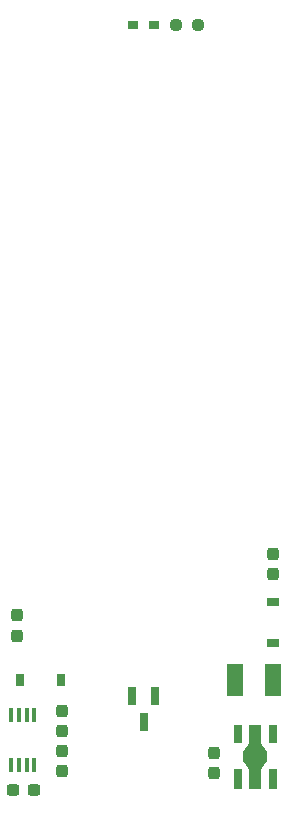
<source format=gbr>
G04 #@! TF.GenerationSoftware,KiCad,Pcbnew,8.0.4+dfsg-1*
G04 #@! TF.CreationDate,2025-03-02T18:02:47+09:00*
G04 #@! TF.ProjectId,bionic-tms9980,62696f6e-6963-42d7-946d-73393938302e,2*
G04 #@! TF.SameCoordinates,Original*
G04 #@! TF.FileFunction,Paste,Top*
G04 #@! TF.FilePolarity,Positive*
%FSLAX46Y46*%
G04 Gerber Fmt 4.6, Leading zero omitted, Abs format (unit mm)*
G04 Created by KiCad (PCBNEW 8.0.4+dfsg-1) date 2025-03-02 18:02:47*
%MOMM*%
%LPD*%
G01*
G04 APERTURE LIST*
G04 Aperture macros list*
%AMRoundRect*
0 Rectangle with rounded corners*
0 $1 Rounding radius*
0 $2 $3 $4 $5 $6 $7 $8 $9 X,Y pos of 4 corners*
0 Add a 4 corners polygon primitive as box body*
4,1,4,$2,$3,$4,$5,$6,$7,$8,$9,$2,$3,0*
0 Add four circle primitives for the rounded corners*
1,1,$1+$1,$2,$3*
1,1,$1+$1,$4,$5*
1,1,$1+$1,$6,$7*
1,1,$1+$1,$8,$9*
0 Add four rect primitives between the rounded corners*
20,1,$1+$1,$2,$3,$4,$5,0*
20,1,$1+$1,$4,$5,$6,$7,0*
20,1,$1+$1,$6,$7,$8,$9,0*
20,1,$1+$1,$8,$9,$2,$3,0*%
%AMFreePoly0*
4,1,13,0.500000,1.050000,1.000000,0.350000,1.000000,-0.450000,0.500000,-1.150000,0.500000,-2.750000,-0.500000,-2.750000,-0.500000,-1.150000,-1.000000,-0.450000,-1.000000,0.350000,-0.500000,1.050000,-0.500000,2.750000,0.500000,2.750000,0.500000,1.050000,0.500000,1.050000,$1*%
G04 Aperture macros list end*
%ADD10RoundRect,0.237500X0.237500X-0.300000X0.237500X0.300000X-0.237500X0.300000X-0.237500X-0.300000X0*%
%ADD11RoundRect,0.237500X-0.300000X-0.237500X0.300000X-0.237500X0.300000X0.237500X-0.300000X0.237500X0*%
%ADD12R,0.700000X1.600000*%
%ADD13FreePoly0,180.000000*%
%ADD14R,0.700000X1.700000*%
%ADD15RoundRect,0.237500X-0.237500X0.300000X-0.237500X-0.300000X0.237500X-0.300000X0.237500X0.300000X0*%
%ADD16RoundRect,0.237500X-0.250000X-0.237500X0.250000X-0.237500X0.250000X0.237500X-0.250000X0.237500X0*%
%ADD17R,0.965200X0.762000*%
%ADD18R,1.371600X2.743200*%
%ADD19R,0.660400X1.625600*%
%ADD20R,0.762000X1.041400*%
%ADD21R,1.041400X0.762000*%
%ADD22R,0.355600X1.206500*%
G04 APERTURE END LIST*
D10*
X124647400Y-118106500D03*
X124647400Y-116381500D03*
D11*
X102678600Y-136395600D03*
X104403600Y-136395600D03*
D10*
X119643600Y-134973200D03*
X119643600Y-133248200D03*
D12*
X124672800Y-131645800D03*
D13*
X123172800Y-133595800D03*
D12*
X121672800Y-131645800D03*
D14*
X121672800Y-135495800D03*
X124672800Y-135495800D03*
D15*
X106842000Y-129691100D03*
X106842000Y-131416100D03*
D16*
X116470500Y-71651000D03*
X118295500Y-71651000D03*
D17*
X114576300Y-71651000D03*
X112823700Y-71651000D03*
D10*
X103032000Y-123338900D03*
X103032000Y-121613900D03*
D18*
X121497800Y-127099200D03*
X124647400Y-127099200D03*
D19*
X114665200Y-128470800D03*
X112765198Y-128470800D03*
X113715199Y-130602800D03*
D20*
X103260600Y-127048400D03*
X106740400Y-127048400D03*
D15*
X106842000Y-133095800D03*
X106842000Y-134820800D03*
D21*
X124647400Y-120482500D03*
X124647400Y-123962300D03*
D22*
X102514201Y-134281050D03*
X103164199Y-134281050D03*
X103814201Y-134281050D03*
X104464199Y-134281050D03*
X104464199Y-130077350D03*
X103814201Y-130077350D03*
X103164199Y-130077350D03*
X102514201Y-130077350D03*
M02*

</source>
